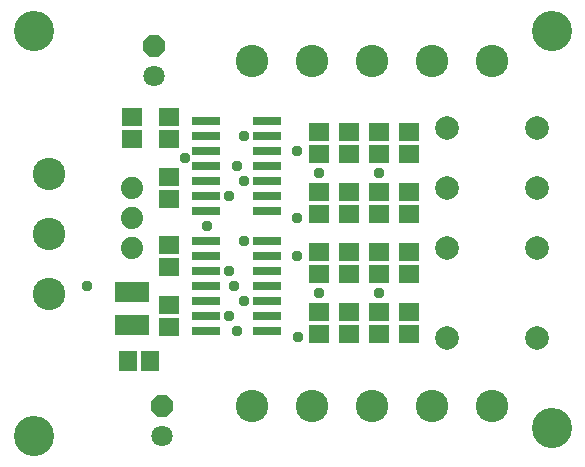
<source format=gbr>
G04 EAGLE Gerber X2 export*
%TF.Part,Single*%
%TF.FileFunction,Soldermask,Top,1*%
%TF.FilePolarity,Negative*%
%TF.GenerationSoftware,Autodesk,EAGLE,8.7.0*%
%TF.CreationDate,2018-05-23T13:35:31Z*%
G75*
%MOMM*%
%FSLAX34Y34*%
%LPD*%
%AMOC8*
5,1,8,0,0,1.08239X$1,22.5*%
G01*
%ADD10C,3.403200*%
%ADD11P,1.951982X8X112.500000*%
%ADD12C,1.803400*%
%ADD13R,2.903200X1.803200*%
%ADD14R,1.703200X1.503200*%
%ADD15R,2.403200X0.803200*%
%ADD16R,1.503200X1.703200*%
%ADD17C,1.879600*%
%ADD18C,2.743200*%
%ADD19C,2.003200*%
%ADD20C,0.959600*%


D10*
X95250Y444500D03*
X95250Y101600D03*
X533400Y107950D03*
X533400Y444500D03*
D11*
X196850Y431800D03*
D12*
X196850Y406400D03*
D13*
X177800Y195550D03*
X177800Y223550D03*
D11*
X203200Y127000D03*
D12*
X203200Y101600D03*
D14*
X412750Y307950D03*
X412750Y288950D03*
X387350Y307950D03*
X387350Y288950D03*
X361950Y307950D03*
X361950Y288950D03*
X336550Y307950D03*
X336550Y288950D03*
D15*
X240700Y254000D03*
X292700Y254000D03*
X240700Y266700D03*
X240700Y241300D03*
X240700Y228600D03*
X292700Y266700D03*
X292700Y241300D03*
X292700Y228600D03*
X240700Y203200D03*
X292700Y203200D03*
X240700Y215900D03*
X240700Y190500D03*
X292700Y215900D03*
X292700Y190500D03*
D14*
X209550Y244500D03*
X209550Y263500D03*
D16*
X174650Y165100D03*
X193650Y165100D03*
D14*
X209550Y301650D03*
X209550Y320650D03*
X209550Y193700D03*
X209550Y212700D03*
X387350Y358750D03*
X387350Y339750D03*
X412750Y358750D03*
X412750Y339750D03*
X209550Y352450D03*
X209550Y371450D03*
X361950Y358750D03*
X361950Y339750D03*
X336550Y358750D03*
X336550Y339750D03*
X177800Y371450D03*
X177800Y352450D03*
D17*
X177800Y260350D03*
X177800Y311150D03*
X177800Y285750D03*
D18*
X107700Y222039D03*
X107700Y272839D03*
X107700Y323639D03*
D15*
X240700Y355600D03*
X292700Y355600D03*
X240700Y368300D03*
X240700Y342900D03*
X240700Y330200D03*
X292700Y368300D03*
X292700Y342900D03*
X292700Y330200D03*
X240700Y304800D03*
X292700Y304800D03*
X240700Y317500D03*
X240700Y292100D03*
X292700Y317500D03*
X292700Y292100D03*
D14*
X412750Y238150D03*
X412750Y257150D03*
X387350Y238150D03*
X387350Y257150D03*
X412750Y187350D03*
X412750Y206350D03*
X387350Y187350D03*
X387350Y206350D03*
X361950Y238150D03*
X361950Y257150D03*
X336144Y238150D03*
X336144Y257150D03*
X361950Y187350D03*
X361950Y206350D03*
X336550Y187350D03*
X336550Y206350D03*
D19*
X444500Y184150D03*
X520700Y184150D03*
X520700Y260350D03*
X520700Y311150D03*
X520700Y361950D03*
X444500Y260350D03*
X444500Y311150D03*
X444500Y361950D03*
D18*
X482811Y418850D03*
X432011Y418850D03*
X381211Y418850D03*
X330411Y418850D03*
X279611Y418850D03*
X482811Y126750D03*
X432011Y126750D03*
X381211Y126750D03*
X330411Y126750D03*
X279611Y126750D03*
D20*
X317500Y342900D03*
X317703Y254000D03*
X260350Y241300D03*
X222686Y336986D03*
X260350Y304800D03*
X273050Y317500D03*
X260350Y203200D03*
X273050Y215900D03*
X139700Y228600D03*
X387350Y323850D03*
X317500Y285750D03*
X241300Y279400D03*
X336550Y323850D03*
X266700Y330200D03*
X387350Y222250D03*
X318372Y185022D03*
X266700Y190500D03*
X336550Y222250D03*
X264696Y228600D03*
X273050Y355600D03*
X273050Y266700D03*
M02*

</source>
